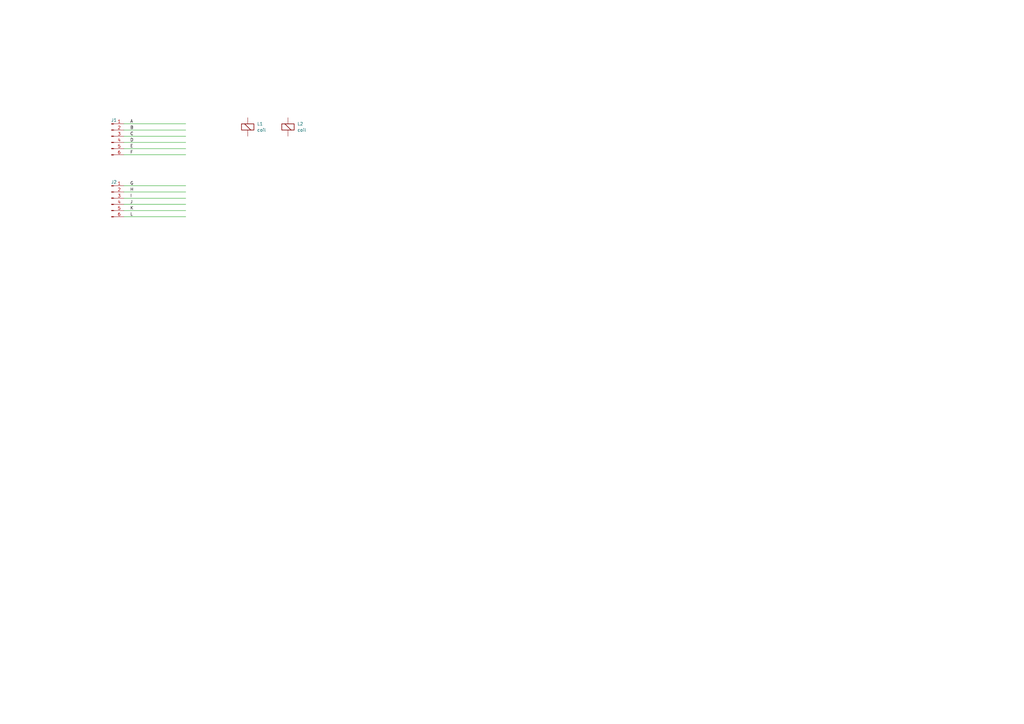
<source format=kicad_sch>
(kicad_sch (version 20231120) (generator "eeschema") (generator_version "8.0")
  (paper "A3")
  (lib_symbols
    (symbol "Connector:Conn_01x06_Pin" (pin_names (offset 1.016) hide)
      (property "Reference" "J" (at 0 7.62 0))
      (property "Value" "Conn_01x06_Pin" (at 0 -10.16 0))
      (symbol "Conn_01x06_Pin_1_1"
        (polyline (pts (xy 1.27 -7.62) (xy 0.8636 -7.62)) (stroke (width 0.1524)))
        (polyline (pts (xy 1.27 -5.08) (xy 0.8636 -5.08)) (stroke (width 0.1524)))
        (polyline (pts (xy 1.27 -2.54) (xy 0.8636 -2.54)) (stroke (width 0.1524)))
        (polyline (pts (xy 1.27 0) (xy 0.8636 0)) (stroke (width 0.1524)))
        (polyline (pts (xy 1.27 2.54) (xy 0.8636 2.54)) (stroke (width 0.1524)))
        (polyline (pts (xy 1.27 5.08) (xy 0.8636 5.08)) (stroke (width 0.1524)))
        (rectangle (start 0.8636 -7.493) (end 0 -7.747) (stroke (width 0.1524)) (fill (type outline)))
        (rectangle (start 0.8636 -4.953) (end 0 -5.207) (stroke (width 0.1524)) (fill (type outline)))
        (rectangle (start 0.8636 -2.413) (end 0 -2.667) (stroke (width 0.1524)) (fill (type outline)))
        (rectangle (start 0.8636 0.127) (end 0 -0.127) (stroke (width 0.1524)) (fill (type outline)))
        (rectangle (start 0.8636 2.667) (end 0 2.413) (stroke (width 0.1524)) (fill (type outline)))
        (rectangle (start 0.8636 5.207) (end 0 4.953) (stroke (width 0.1524)) (fill (type outline)))
        (pin passive line (at 5.08 5.08 180) (length 3.81) (name "Pin_1") (number "1"))
        (pin passive line (at 5.08 2.54 180) (length 3.81) (name "Pin_2") (number "2"))
        (pin passive line (at 5.08 0 180) (length 3.81) (name "Pin_3") (number "3"))
        (pin passive line (at 5.08 -2.54 180) (length 3.81) (name "Pin_4") (number "4"))
        (pin passive line (at 5.08 -5.08 180) (length 3.81) (name "Pin_5") (number "5"))
        (pin passive line (at 5.08 -7.62 180) (length 3.81) (name "Pin_6") (number "6"))
      )
    )
    (symbol "Device:ElectromagneticActor" (pin_numbers hide) (pin_names (offset 0.0254) hide)
      (property "Reference" "L" (at 1.27 3.81 0))
      (property "Value" "ElectromagneticActor" (at 1.27 -1.27 0))
      (symbol "ElectromagneticActor_0_1"
        (rectangle (start -2.54 2.54) (end 2.54 0) (stroke (width 0.254)))
        (polyline (pts (xy -1.27 2.54) (xy 1.27 0)) (stroke (width 0.254)))
      )
      (symbol "ElectromagneticActor_1_1"
        (pin passive line (at 0 5.08 270) (length 2.54) (name "-") (number "1"))
        (pin passive line (at 0 -2.54 90) (length 2.54) (name "+") (number "2"))
      )
    )
  )
  (wire (pts (xy 50.8 88.9) (xy 76.2 88.9)))
  (wire (pts (xy 50.8 60.96) (xy 76.2 60.96)))
  (wire (pts (xy 50.8 83.82) (xy 76.2 83.82)))
  (wire (pts (xy 50.8 63.5) (xy 76.2 63.5)))
  (wire (pts (xy 50.8 81.28) (xy 76.2 81.28)))
  (wire (pts (xy 50.8 86.36) (xy 76.2 86.36)))
  (wire (pts (xy 50.8 53.34) (xy 76.2 53.34)))
  (wire (pts (xy 50.8 50.8) (xy 76.2 50.8)))
  (wire (pts (xy 50.8 55.88) (xy 76.2 55.88)))
  (wire (pts (xy 50.8 58.42) (xy 76.2 58.42)))
  (wire (pts (xy 50.8 76.2) (xy 76.2 76.2)))
  (wire (pts (xy 50.8 78.74) (xy 76.2 78.74)))
  (label "G" (at 53.34 76.2 0))
  (label "K" (at 53.34 86.36 0))
  (label "A" (at 53.34 50.8 0))
  (label "I" (at 53.34 81.28 0))
  (label "H" (at 53.34 78.74 0))
  (label "C" (at 53.34 55.88 0))
  (label "E" (at 53.34 60.96 0))
  (label "B" (at 53.34 53.34 0))
  (label "J" (at 53.34 83.82 0))
  (label "L" (at 53.34 88.9 0))
  (label "F" (at 53.34 63.5 0))
  (label "D" (at 53.34 58.42 0))
  (symbol (lib_id "Connector:Conn_01x06_Pin") (at 45.72 81.28 0) (unit 1)
    (property "Reference" "J2" (at 46.736 74.676 0))
    (property "Value" "Conn_01x06_Pin" (effects (hide yes)))
    (property "Description" "Generic connector, single row, 01x06, script generated" (effects (hide yes)))
  )
  (symbol (lib_id "Connector:Conn_01x06_Pin") (at 45.72 55.88 0) (unit 1)
    (property "Reference" "J1" (at 46.736 49.276 0))
    (property "Value" "Conn_01x06_Pin" (effects (hide yes)))
    (property "Description" "Generic connector, single row, 01x06, script generated" (effects (hide yes)))
  )
  (symbol (lib_id "Device:ElectromagneticActor") (at 118.11 53.34 0) (unit 1)
    (property "Reference" "L2" (at 121.92 50.7999 0) (effects (justify left)))
    (property "Value" "coil" (at 121.92 53.3399 0) (effects (justify left)))
    (property "Description" "Electromagnetic actor" (effects (hide yes)))
  )
  (symbol (lib_id "Device:ElectromagneticActor") (at 101.6 53.34 0) (unit 1)
    (property "Reference" "L1" (at 105.41 50.7999 0) (effects (justify left)))
    (property "Value" "coil" (at 105.41 53.3399 0) (effects (justify left)))
    (property "Description" "Electromagnetic actor" (effects (hide yes)))
  )
)
</source>
